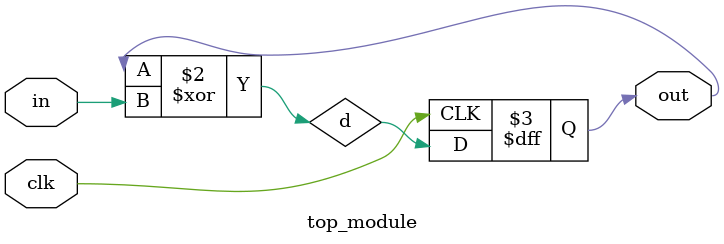
<source format=v>
module top_module (
    input clk,
    input in, 
    output out);
    
    wire d;
    
    always@(posedge clk)begin
        out = d;
    end
    
    assign d = out ^ in;
    
endmodule
</source>
